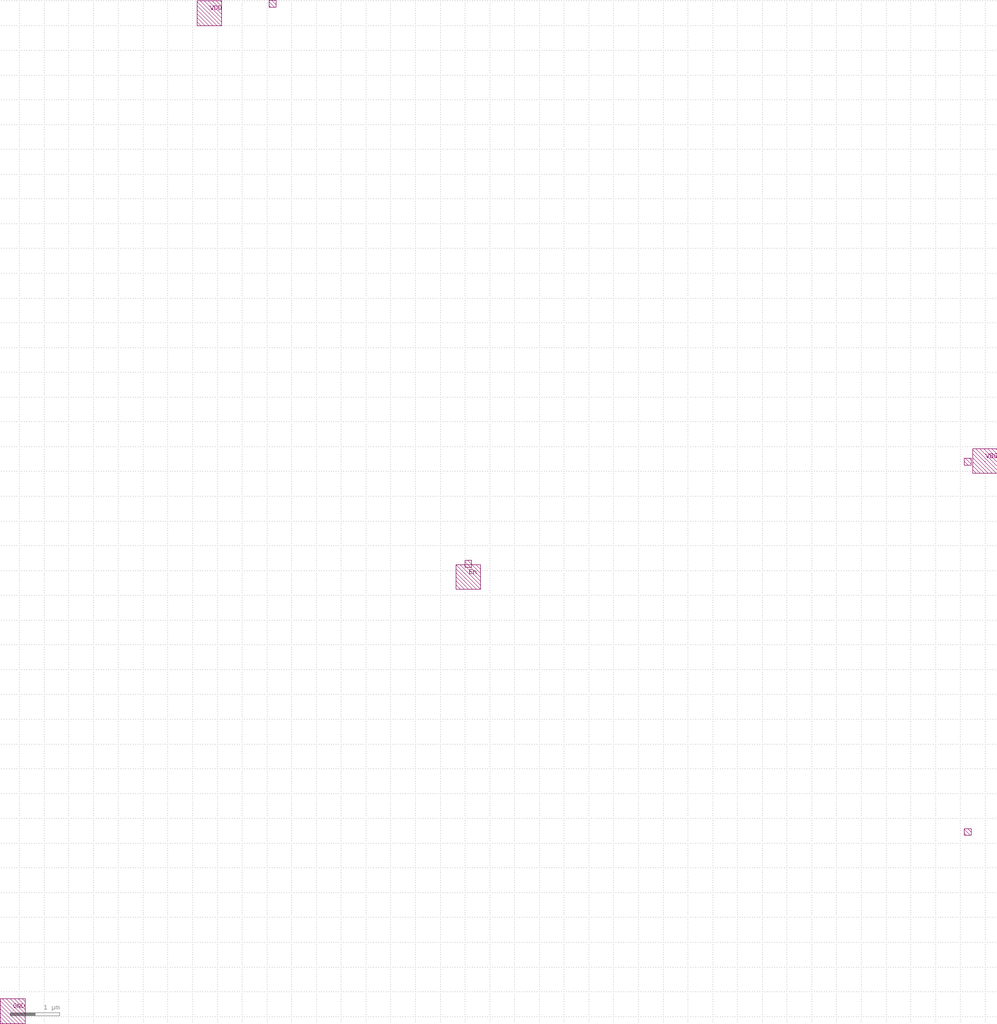
<source format=lef>
VERSION 5.7 ;
BUSBITCHARS "[]" ;
DIVIDERCHAR "/" ;

PROPERTYDEFINITIONS
  MACRO connectivityLastUpdated INTEGER ;
  MACRO lastSavedExtractCounter INTEGER ;
  LAYER LEF58_TYPE STRING ;
  LAYER LEF58_SPACING STRING ;
  LAYER LEF58_WIDTH STRING ;
END PROPERTYDEFINITIONS

UNITS
  TIME NANOSECONDS 1 ;
  CAPACITANCE PICOFARADS 1 ;
  RESISTANCE OHMS 1 ;
  DATABASE MICRONS 1000 ;
END UNITS
MANUFACTURINGGRID 0.005 ;
LAYER OVERLAP
  TYPE OVERLAP ;
END OVERLAP

LAYER pwell
  TYPE MASTERSLICE ;
  PROPERTY LEF58_TYPE "TYPE PWELL ;" ;
END pwell

LAYER nwell
  TYPE MASTERSLICE ;
  PROPERTY LEF58_TYPE "TYPE NWELL ;" ;
  PROPERTY LEF58_SPACING "SPACING 1.27 ;" ;
  PROPERTY LEF58_WIDTH "WIDTH 0.84 ;" ;
END nwell

LAYER diff
  TYPE MASTERSLICE ;
  PROPERTY LEF58_TYPE "TYPE DIFFUSION ;" ;
  PROPERTY LEF58_SPACING "SPACING 0.27 ;" ;
  PROPERTY LEF58_WIDTH "WIDTH 0.15 ;" ;
END diff

LAYER tap
  TYPE MASTERSLICE ;
  PROPERTY LEF58_TYPE "TYPE DIFFUSION ;" ;
  PROPERTY LEF58_SPACING "SPACING 0.27 ;" ;
  PROPERTY LEF58_WIDTH "WIDTH 0.15 ;" ;
END tap

LAYER nsdm
  TYPE IMPLANT ;
  WIDTH 0.38 ;
  SPACING 0.38 ;
  AREA 0.265 ;
END nsdm

LAYER psdm
  TYPE IMPLANT ;
  WIDTH 0.38 ;
  SPACING 0.38 ;
  AREA 0.255 ;
END psdm

LAYER poly
  TYPE MASTERSLICE ;
END poly

LAYER npc
  TYPE CUT ;
  SPACING 0.27 ;
  WIDTH 0.27 ;
  ANTENNAMODEL OXIDE1 ;
END npc

LAYER licon1
  TYPE MASTERSLICE ;
  PROPERTY LEF58_TYPE "TYPE MEOL ;" ;
END licon1

LAYER li1
  TYPE ROUTING ;
  DIRECTION HORIZONTAL ;
  WIDTH 0.17 ;
  AREA 0.056 ;
  SPACING 0.17 ;
  SPACING 0.17 SAMENET ;
  RESISTANCE RPERSQ 12.2 ;
  CAPACITANCE CPERSQDIST 3.69e-05 ;
  THICKNESS 0.1 ;
  EDGECAPACITANCE 3.26e-06 ;
  ANTENNAMODEL OXIDE1 ;
    ANTENNASIDEAREARATIO 75 ;
    ANTENNADIFFSIDEAREARATIO PWL ( ( 0 75 ) ( 0.0125 75 ) ( 0.0225 85.125 ) ( 22.5 10200 ) ) ;
END li1

LAYER mcon
  TYPE CUT ;
  SPACING 0.19 ;
  WIDTH 0.17 ;
  ENCLOSURE BELOW 0 0 ;
  ENCLOSURE ABOVE 0.03 0.06 ;
  ANTENNAMODEL OXIDE1 ;
    ANTENNAAREARATIO 3 ;
    ANTENNADIFFAREARATIO PWL ( ( 0 3 ) ( 0.0125 3 ) ( 0.0225 3.405 ) ( 22.5 408 ) ) ;
  DCCURRENTDENSITY AVERAGE 0.36 ;
END mcon

LAYER met1
  TYPE ROUTING ;
  DIRECTION HORIZONTAL ;
  PITCH 0.28 0.28 ;
  WIDTH 0.14 ;
  OFFSET 0.14 0.14 ;
  AREA 0.083 ;
  SPACING 0.14 ;
  SPACING 0.28 RANGE 3.005 10000 ;
  SPACING 0.14 SAMENET ;
  SPACING 0.28 RANGE 3.005 10000 INFLUENCE 0.28 ;
  MAXWIDTH 4 ;
  MINENCLOSEDAREA 0.14 ;
  RESISTANCE RPERSQ 0.125 ;
  CAPACITANCE CPERSQDIST 2.58e-05 ;
  THICKNESS 0.35 ;
  EDGECAPACITANCE 1.79e-06 ;
  ANTENNAMODEL OXIDE1 ;
    ANTENNASIDEAREARATIO 400 ;
    ANTENNADIFFSIDEAREARATIO PWL ( ( 0 400 ) ( 0.0125 400 ) ( 0.0225 2609 ) ( 22.5 11600 ) ) ;
  ACCURRENTDENSITY RMS 6.1 ;
  DCCURRENTDENSITY AVERAGE 2.8 ;
END met1

LAYER via
  TYPE CUT ;
  SPACING 0.17 ;
  WIDTH 0.15 ;
  ENCLOSURE BELOW 0.055 0.085 ;
  ENCLOSURE ABOVE 0.055 0.085 ;
  ANTENNAMODEL OXIDE1 ;
    ANTENNAAREARATIO 6 ;
    ANTENNADIFFAREARATIO PWL ( ( 0 6 ) ( 0.0125 6 ) ( 0.0225 6.81 ) ( 22.5 816 ) ) ;
  DCCURRENTDENSITY AVERAGE 0.29 ;
END via

LAYER met2
  TYPE ROUTING ;
  DIRECTION VERTICAL ;
  PITCH 0.28 0.28 ;
  WIDTH 0.14 ;
  OFFSET 0.14 0.14 ;
  AREA 0.0676 ;
  SPACING 0.14 ;
  SPACING 0.28 RANGE 3.005 10000 ;
  SPACING 0.14 SAMENET ;
  SPACING 0.28 RANGE 3.005 10000 INFLUENCE 0.28 ;
  MAXWIDTH 4 ;
  MINENCLOSEDAREA 0.14 ;
  RESISTANCE RPERSQ 0.125 ;
  CAPACITANCE CPERSQDIST 1.75e-05 ;
  THICKNESS 0.35 ;
  EDGECAPACITANCE 1.22e-06 ;
  ANTENNAMODEL OXIDE1 ;
    ANTENNASIDEAREARATIO 400 ;
    ANTENNADIFFSIDEAREARATIO PWL ( ( 0 400 ) ( 0.0125 400 ) ( 0.0225 2609 ) ( 22.5 11600 ) ) ;
  ACCURRENTDENSITY RMS 6.1 ;
  DCCURRENTDENSITY AVERAGE 2.8 ;
END met2

LAYER via2
  TYPE CUT ;
  SPACING 0.2 ;
  WIDTH 0.2 ;
  ENCLOSURE BELOW 0.04 0.085 ;
  ENCLOSURE ABOVE 0.065 0.065 ;
  ANTENNAMODEL OXIDE1 ;
    ANTENNAAREARATIO 6 ;
    ANTENNADIFFAREARATIO PWL ( ( 0 6 ) ( 0.0125 6 ) ( 0.0225 6.81 ) ( 22.5 816 ) ) ;
  DCCURRENTDENSITY AVERAGE 0.48 ;
END via2

LAYER met3
  TYPE ROUTING ;
  DIRECTION HORIZONTAL ;
  PITCH 0.6 0.6 ;
  WIDTH 0.3 ;
  OFFSET 0.3 0.3 ;
  AREA 0.24 ;
  SPACING 0.3 ;
  SPACING 0.4 RANGE 3.005 10000 ;
  SPACING 0.3 SAMENET ;
  SPACING 0.4 RANGE 3.005 10000 INFLUENCE 0.4 ;
  MAXWIDTH 4 ;
  MINENCLOSEDAREA 0.2 ;
  RESISTANCE RPERSQ 0.047 ;
  CAPACITANCE CPERSQDIST 1.26e-05 ;
  THICKNESS 0.8 ;
  EDGECAPACITANCE 1.86e-06 ;
  ANTENNAMODEL OXIDE1 ;
    ANTENNASIDEAREARATIO 400 ;
    ANTENNADIFFSIDEAREARATIO PWL ( ( 0 400 ) ( 0.0125 400 ) ( 0.0225 2609 ) ( 22.5 11600 ) ) ;
  ACCURRENTDENSITY RMS 14.9 ;
  DCCURRENTDENSITY AVERAGE 6.8 ;
END met3

LAYER via3
  TYPE CUT ;
  SPACING 0.2 ;
  WIDTH 0.2 ;
  ENCLOSURE BELOW 0.06 0.09 ;
  ENCLOSURE ABOVE 0.065 0.065 ;
  ANTENNAMODEL OXIDE1 ;
    ANTENNAAREARATIO 6 ;
    ANTENNADIFFAREARATIO PWL ( ( 0 6 ) ( 0.0125 6 ) ( 0.0225 6.81 ) ( 22.5 816 ) ) ;
  DCCURRENTDENSITY AVERAGE 0.48 ;
END via3

LAYER met4
  TYPE ROUTING ;
  DIRECTION VERTICAL ;
  PITCH 0.6 0.6 ;
  WIDTH 0.3 ;
  OFFSET 0.3 0.3 ;
  AREA 0.24 ;
  SPACING 0.3 ;
  SPACING 0.4 RANGE 3.005 10000 ;
  SPACING 0.3 SAMENET ;
  SPACING 0.4 RANGE 3.005 10000 INFLUENCE 0.4 ;
  MAXWIDTH 10 ;
  MINENCLOSEDAREA 0.2 ;
  RESISTANCE RPERSQ 0.047 ;
  CAPACITANCE CPERSQDIST 8.67e-06 ;
  THICKNESS 0.8 ;
  EDGECAPACITANCE 1.29e-06 ;
  ANTENNAMODEL OXIDE1 ;
    ANTENNASIDEAREARATIO 400 ;
    ANTENNADIFFSIDEAREARATIO PWL ( ( 0 400 ) ( 0.0125 400 ) ( 0.0225 2609 ) ( 22.5 11600 ) ) ;
  ACCURRENTDENSITY RMS 14.9 ;
  DCCURRENTDENSITY AVERAGE 6.8 ;
END met4

LAYER via4
  TYPE CUT ;
  SPACING 0.8 ;
  WIDTH 0.8 ;
  ENCLOSURE BELOW 0.19 0.19 ;
  ENCLOSURE ABOVE 0.31 0.31 ;
  ANTENNAMODEL OXIDE1 ;
    ANTENNAAREARATIO 6 ;
    ANTENNADIFFAREARATIO PWL ( ( 0 6 ) ( 0.0125 6 ) ( 0.0225 6.81 ) ( 22.5 816 ) ) ;
  DCCURRENTDENSITY AVERAGE 2.49 ;
END via4

LAYER met5
  TYPE ROUTING ;
  DIRECTION HORIZONTAL ;
  PITCH 3.2 3.2 ;
  WIDTH 1.6 ;
  OFFSET 1.6 1.6 ;
  AREA 4 ;
  SPACING 1.6 ;
  SPACING 1.6 SAMENET ;
  RESISTANCE RPERSQ 0.0285 ;
  CAPACITANCE CPERSQDIST 6.48e-06 ;
  THICKNESS 1.2 ;
  EDGECAPACITANCE 4.96e-06 ;
  ANTENNAMODEL OXIDE1 ;
    ANTENNASIDEAREARATIO 400 ;
    ANTENNADIFFSIDEAREARATIO PWL ( ( 0 400 ) ( 0.0125 400 ) ( 0.0225 2609 ) ( 22.5 11600 ) ) ;
  ACCURRENTDENSITY RMS 22.34 ;
  DCCURRENTDENSITY AVERAGE 10.17 ;
END met5

LAYER rdl
  TYPE ROUTING ;
  DIRECTION HORIZONTAL ;
  WIDTH 10 ;
  SPACING 10 ;
  RESISTANCE RPERSQ 0.005 ;
  CAPACITANCE CPERSQDIST 2.66e-06 ;
  THICKNESS 2 ;
  EDGECAPACITANCE 6.2e-06 ;
  ANTENNAMODEL OXIDE1 ;
END rdl

VIARULE M4M5_C GENERATE DEFAULT
  LAYER met5 ;
    ENCLOSURE 0.31 0.31 ;
  LAYER met4 ;
    ENCLOSURE 0.19 0.19 ;
  LAYER via4 ;
    RECT -0.4 -0.4 0.4 0.4 ;
    SPACING 1.6 BY 1.6 ;
    RESISTANCE 0.380000 ;
END M4M5_C

VIARULE M3M4_C GENERATE DEFAULT
  LAYER met4 ;
    ENCLOSURE 0.065 0.065 ;
  LAYER met3 ;
    ENCLOSURE 0.06 0.09 ;
  LAYER via3 ;
    RECT -0.1 -0.1 0.1 0.1 ;
    SPACING 0.4 BY 0.4 ;
    RESISTANCE 3.410000 ;
END M3M4_C

VIARULE M2M3_C GENERATE DEFAULT
  LAYER met3 ;
    ENCLOSURE 0.065 0.065 ;
  LAYER met2 ;
    ENCLOSURE 0.04 0.085 ;
  LAYER via2 ;
    RECT -0.1 -0.1 0.1 0.1 ;
    SPACING 0.4 BY 0.4 ;
    RESISTANCE 3.410000 ;
END M2M3_C

VIARULE M1M2_C GENERATE DEFAULT
  LAYER met2 ;
    ENCLOSURE 0.055 0.085 ;
  LAYER met1 ;
    ENCLOSURE 0.055 0.085 ;
  LAYER via ;
    RECT -0.075 -0.075 0.075 0.075 ;
    SPACING 0.32 BY 0.32 ;
    RESISTANCE 4.500000 ;
END M1M2_C

VIARULE L1M1_C GENERATE DEFAULT
  LAYER met1 ;
    ENCLOSURE 0.03 0.06 ;
  LAYER li1 ;
    ENCLOSURE 0 0.08 ;
  LAYER mcon ;
    RECT -0.085 -0.085 0.085 0.085 ;
    SPACING 0.36 BY 0.36 ;
    RESISTANCE 9.300000 ;
END L1M1_C

VIA L1M1_C_0
  VIARULE L1M1_C ;
  CUTSIZE 0.17 0.17 ;
  LAYERS li1 mcon met1 ;
  CUTSPACING 0.19 0.19 ;
  ENCLOSURE 0 0.08 0.03 0.06 ;
  ROWCOL 1 1 ;
END L1M1_C_0

VIA L1M1_C_1
  VIARULE L1M1_C ;
  CUTSIZE 0.17 0.17 ;
  LAYERS li1 mcon met1 ;
  CUTSPACING 0.19 0.19 ;
  ENCLOSURE 0 0.08 0.03 0.06 ;
  ROWCOL 1 1 ;
END L1M1_C_1

VIA M1M2_C_2
  VIARULE M1M2_C ;
  CUTSIZE 0.15 0.15 ;
  LAYERS met1 via met2 ;
  CUTSPACING 0.17 0.17 ;
  ENCLOSURE 0.055 0.085 0.055 0.085 ;
  ROWCOL 1 1 ;
END M1M2_C_2

VIA M1M2_C_3
  VIARULE M1M2_C ;
  CUTSIZE 0.15 0.15 ;
  LAYERS met1 via met2 ;
  CUTSPACING 0.17 0.17 ;
  ENCLOSURE 0.055 0.085 0.055 0.085 ;
  ROWCOL 1 1 ;
END M1M2_C_3

VIA L1M1_C_4
  VIARULE L1M1_C ;
  CUTSIZE 0.17 0.17 ;
  LAYERS li1 mcon met1 ;
  CUTSPACING 0.19 0.19 ;
  ENCLOSURE 0 0.08 0.045 0.075 ;
  ROWCOL 1 1 ;
END L1M1_C_4

VIA PYL1CON_C_5
  VIARULE PYL1CON_C ;
  CUTSIZE 0.37 0.37 ;
  LAYERS poly npc licon1 ;
  CUTSPACING 0.27 0.27 ;
  ENCLOSURE -0.05 -0.02 -0.1 -0.1 ;
  ROWCOL 1 1 ;
END PYL1CON_C_5

VIA PYL1CON_C_6
  VIARULE PYL1CON_C ;
  CUTSIZE 0.37 0.37 ;
  LAYERS poly npc licon1 ;
  CUTSPACING 0.27 0.27 ;
  ENCLOSURE -0.05 -0.02 -0.1 -0.1 ;
  ROWCOL 1 1 ;
END PYL1CON_C_6

MACRO bg
  PIN GND
    DIRECTION INOUT ;
    USE GROUND ;
    PORT
      LAYER met1 ;
        RECT 11.08 -2.345 11.22 -2.205 ;
        RECT -8.38 -6.145 -7.88 -5.645 ;
    END
  END GND
  PIN VBG
    DIRECTION INOUT ;
    USE SIGNAL ;
    PORT
      LAYER met1 ;
        RECT 11.08 5.13 11.22 5.27 ;
        RECT 11.25 4.96 11.75 5.46 ;
    END
  END VBG
  PIN VDD
    DIRECTION INOUT ;
    USE POWER ;
    PORT
      LAYER met1 ;
        RECT -2.955 14.37 -2.815 14.51 ;
        RECT -4.41 14 -3.91 14.5 ;
    END
  END VDD
  PIN En
    DIRECTION INOUT ;
    USE SIGNAL ;
    PORT
      LAYER met1 ;
        RECT 0.995 3.065 1.135 3.205 ;
        RECT 0.815 2.62 1.315 3.12 ;
    END
  END En
  PROPERTY connectivityLastUpdated 67205 ;
  PROPERTY lastSavedExtractCounter 1307 ;
END bg

END LIBRARY

</source>
